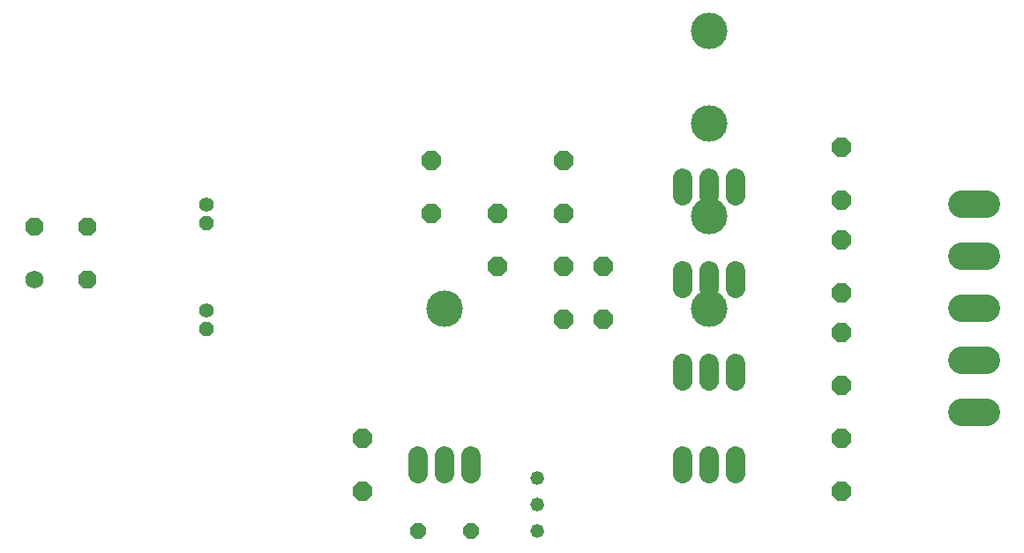
<source format=gbr>
G04 EAGLE Gerber RS-274X export*
G75*
%MOMM*%
%FSLAX34Y34*%
%LPD*%
%INSoldermask Bottom*%
%IPPOS*%
%AMOC8*
5,1,8,0,0,1.08239X$1,22.5*%
G01*
%ADD10C,1.727200*%
%ADD11P,1.869504X8X112.500000*%
%ADD12P,1.539592X8X292.500000*%
%ADD13C,1.422400*%
%ADD14P,1.951982X8X292.500000*%
%ADD15P,1.951982X8X112.500000*%
%ADD16C,1.879600*%
%ADD17C,3.505200*%
%ADD18P,1.649562X8X22.500000*%
%ADD19C,2.603200*%
%ADD20C,1.320800*%


D10*
X254000Y304800D03*
D11*
X254000Y355600D03*
X304800Y355600D03*
X304800Y304800D03*
D12*
X419100Y359410D03*
D13*
X419100Y377190D03*
D12*
X419100Y257810D03*
D13*
X419100Y275590D03*
D14*
X635000Y419100D03*
X635000Y368300D03*
X1028700Y342900D03*
X1028700Y292100D03*
X698500Y368300D03*
X698500Y317500D03*
X1028700Y254000D03*
X1028700Y203200D03*
D15*
X568960Y101600D03*
X568960Y152400D03*
D16*
X876300Y296418D02*
X876300Y313182D01*
X901700Y313182D02*
X901700Y296418D01*
X927100Y296418D02*
X927100Y313182D01*
D17*
X901700Y454660D03*
D16*
X876300Y224282D02*
X876300Y207518D01*
X901700Y207518D02*
X901700Y224282D01*
X927100Y224282D02*
X927100Y207518D01*
D17*
X901700Y365760D03*
D18*
X622300Y63500D03*
X673100Y63500D03*
D16*
X876300Y118618D02*
X876300Y135382D01*
X901700Y135382D02*
X901700Y118618D01*
X927100Y118618D02*
X927100Y135382D01*
D17*
X901700Y276860D03*
D16*
X876300Y385318D02*
X876300Y402082D01*
X901700Y402082D02*
X901700Y385318D01*
X927100Y385318D02*
X927100Y402082D01*
D17*
X901700Y543560D03*
D15*
X1028700Y101600D03*
X1028700Y152400D03*
X1028700Y381000D03*
X1028700Y431800D03*
D19*
X1143700Y178200D02*
X1167700Y178200D01*
X1167700Y228200D02*
X1143700Y228200D01*
X1143700Y278200D02*
X1167700Y278200D01*
X1167700Y328200D02*
X1143700Y328200D01*
X1143700Y378200D02*
X1167700Y378200D01*
D16*
X622300Y135382D02*
X622300Y118618D01*
X647700Y118618D02*
X647700Y135382D01*
X673100Y135382D02*
X673100Y118618D01*
D17*
X647700Y276860D03*
D20*
X736600Y114300D03*
X736600Y88900D03*
X736600Y63500D03*
D14*
X762000Y317500D03*
X762000Y266700D03*
X762000Y419100D03*
X762000Y368300D03*
X800100Y317500D03*
X800100Y266700D03*
M02*

</source>
